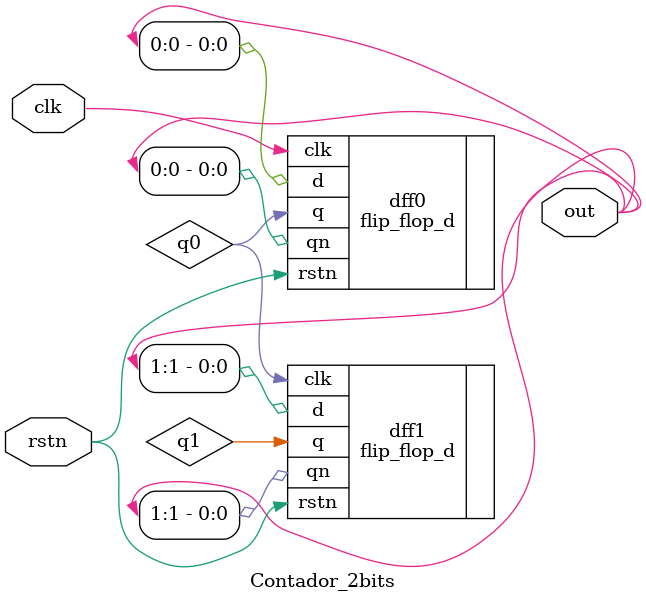
<source format=v>
module Contador_2bits ( input clk,  
                input rstn,  
                output [1:0] out);  

   wire q0,q1;  



   flip_flop_d  dff0 ( .d (out[0]),  
                .clk (clk),  
                .rstn (rstn),  
                .q (q0),  
                .qn (out[0]));  

   flip_flop_d  dff1 ( .d (out[1]),  
                .clk (q0),  
                .rstn (rstn),  
                .q (q1),  
                .qn (out[1])); 



endmodule 
</source>
